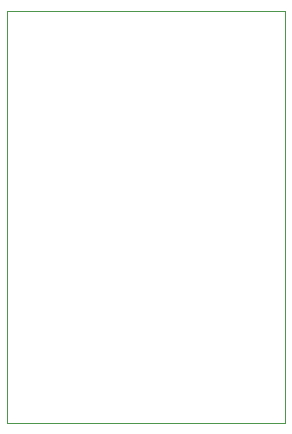
<source format=gbr>
%TF.GenerationSoftware,KiCad,Pcbnew,(5.1.6)-1*%
%TF.CreationDate,2021-05-29T12:16:40-05:00*%
%TF.ProjectId,Sapphire_AnalogMic,53617070-6869-4726-955f-416e616c6f67,rev?*%
%TF.SameCoordinates,Original*%
%TF.FileFunction,Profile,NP*%
%FSLAX46Y46*%
G04 Gerber Fmt 4.6, Leading zero omitted, Abs format (unit mm)*
G04 Created by KiCad (PCBNEW (5.1.6)-1) date 2021-05-29 12:16:40*
%MOMM*%
%LPD*%
G01*
G04 APERTURE LIST*
%TA.AperFunction,Profile*%
%ADD10C,0.050000*%
%TD*%
G04 APERTURE END LIST*
D10*
X109220000Y-99695000D02*
X109220000Y-100965000D01*
X132715000Y-100965000D02*
X132715000Y-99695000D01*
X109220000Y-99695000D02*
X132715000Y-99695000D01*
X109220000Y-134620000D02*
X132715000Y-134620000D01*
X109220000Y-134620000D02*
X109220000Y-100965000D01*
X132715000Y-134620000D02*
X132715000Y-100965000D01*
M02*

</source>
